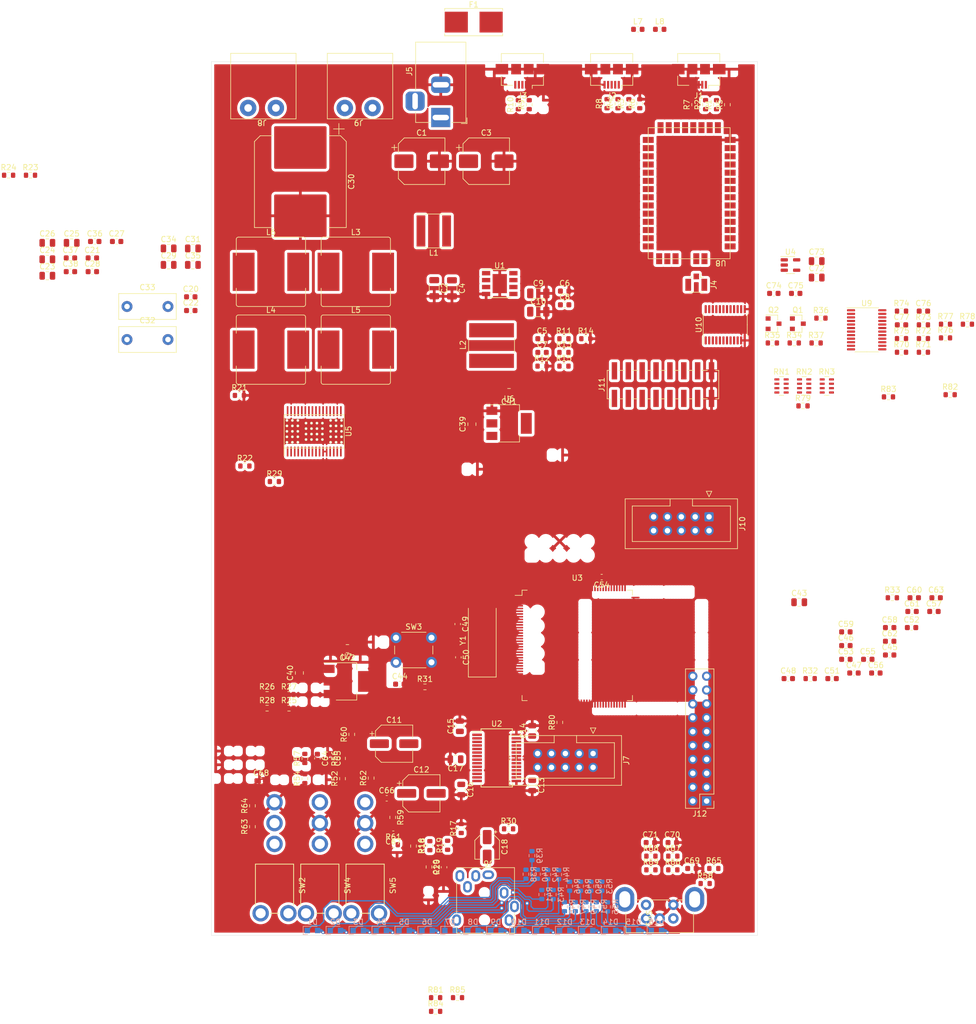
<source format=kicad_pcb>
(kicad_pcb (version 20201116) (generator pcbnew)

  (general
    (thickness 1.6)
  )

  (paper "A4")
  (layers
    (0 "F.Cu" signal)
    (31 "B.Cu" signal)
    (32 "B.Adhes" user "B.Adhesive")
    (33 "F.Adhes" user "F.Adhesive")
    (34 "B.Paste" user)
    (35 "F.Paste" user)
    (36 "B.SilkS" user "B.Silkscreen")
    (37 "F.SilkS" user "F.Silkscreen")
    (38 "B.Mask" user)
    (39 "F.Mask" user)
    (40 "Dwgs.User" user "User.Drawings")
    (41 "Cmts.User" user "User.Comments")
    (42 "Eco1.User" user "User.Eco1")
    (43 "Eco2.User" user "User.Eco2")
    (44 "Edge.Cuts" user)
    (45 "Margin" user)
    (46 "B.CrtYd" user "B.Courtyard")
    (47 "F.CrtYd" user "F.Courtyard")
    (48 "B.Fab" user)
    (49 "F.Fab" user)
  )

  (setup
    (stackup
      (layer "F.SilkS" (type "Top Silk Screen"))
      (layer "F.Paste" (type "Top Solder Paste"))
      (layer "F.Mask" (type "Top Solder Mask") (color "Green") (thickness 0.01))
      (layer "F.Cu" (type "copper") (thickness 0.035))
      (layer "dielectric 1" (type "core") (thickness 1.51) (material "FR4") (epsilon_r 4.5) (loss_tangent 0.02))
      (layer "B.Cu" (type "copper") (thickness 0.035))
      (layer "B.Mask" (type "Bottom Solder Mask") (color "Green") (thickness 0.01))
      (layer "B.Paste" (type "Bottom Solder Paste"))
      (layer "B.SilkS" (type "Bottom Silk Screen"))
      (copper_finish "None")
      (dielectric_constraints no)
    )
    (pcbplotparams
      (layerselection 0x00010fc_ffffffff)
      (disableapertmacros false)
      (usegerberextensions false)
      (usegerberattributes true)
      (usegerberadvancedattributes true)
      (creategerberjobfile true)
      (svguseinch false)
      (svgprecision 6)
      (excludeedgelayer true)
      (plotframeref false)
      (viasonmask false)
      (mode 1)
      (useauxorigin false)
      (hpglpennumber 1)
      (hpglpenspeed 20)
      (hpglpendiameter 15.000000)
      (psnegative false)
      (psa4output false)
      (plotreference true)
      (plotvalue true)
      (plotinvisibletext false)
      (sketchpadsonfab false)
      (subtractmaskfromsilk false)
      (outputformat 1)
      (mirror false)
      (drillshape 1)
      (scaleselection 1)
      (outputdirectory "")
    )
  )


  (net 0 "")
  (net 1 "/~SPK_FAULT")
  (net 2 "/Processor/~RST")
  (net 3 "/Processor/GPIO_I2S_WS")
  (net 4 "/Processor/SWCLK")
  (net 5 "/~SPK_SD")
  (net 6 "/HP_DETECT")
  (net 7 "+5V")
  (net 8 "/Processor/GPIO_I2S_SDO")
  (net 9 "/Processor/SWDIO")
  (net 10 "/BT_MFB")
  (net 11 "/MIC2")
  (net 12 "GND")
  (net 13 "Net-(R58-Pad2)")
  (net 14 "Net-(R59-Pad2)")
  (net 15 "/MIC1")
  (net 16 "Net-(D1-Pad1)")
  (net 17 "Net-(C31-Pad1)")
  (net 18 "Net-(C25-Pad2)")
  (net 19 "Net-(C24-Pad2)")
  (net 20 "Net-(C24-Pad1)")
  (net 21 "Net-(C25-Pad1)")
  (net 22 "Net-(C1-Pad1)")
  (net 23 "/19V_ANALOG")
  (net 24 "Net-(C5-Pad1)")
  (net 25 "Net-(C6-Pad1)")
  (net 26 "Net-(C7-Pad1)")
  (net 27 "Net-(C7-Pad2)")
  (net 28 "Net-(C8-Pad1)")
  (net 29 "+3.3VA")
  (net 30 "Net-(C11-Pad1)")
  (net 31 "Net-(C11-Pad2)")
  (net 32 "Net-(C12-Pad1)")
  (net 33 "Net-(C12-Pad2)")
  (net 34 "Net-(C13-Pad1)")
  (net 35 "/Speaker Amplifier/3.3V")
  (net 36 "Net-(C18-Pad1)")
  (net 37 "Net-(C18-Pad2)")
  (net 38 "Net-(C20-Pad1)")
  (net 39 "Net-(C23-Pad1)")
  (net 40 "Net-(C23-Pad2)")
  (net 41 "Net-(C26-Pad1)")
  (net 42 "Net-(C26-Pad2)")
  (net 43 "Net-(C29-Pad1)")
  (net 44 "Net-(C32-Pad1)")
  (net 45 "Net-(C33-Pad1)")
  (net 46 "Net-(C36-Pad1)")
  (net 47 "Net-(C36-Pad2)")
  (net 48 "Net-(C37-Pad1)")
  (net 49 "Net-(F1-Pad2)")
  (net 50 "Net-(J1-Pad1)")
  (net 51 "Net-(J1-Pad2)")
  (net 52 "Net-(J1-Pad3)")
  (net 53 "/Processor/GPIO_I2S_SDI")
  (net 54 "Net-(J2-Pad1)")
  (net 55 "Net-(J2-Pad2)")
  (net 56 "Net-(J2-Pad3)")
  (net 57 "/Processor/GPIO_I2S_CK")
  (net 58 "no_connect_271")
  (net 59 "Net-(J3-Pad2)")
  (net 60 "Net-(J3-Pad3)")
  (net 61 "no_connect_273")
  (net 62 "no_connect_274")
  (net 63 "/Processor/USB1_DETECT")
  (net 64 "/Processor/USB1_DM")
  (net 65 "/Processor/USB2_DETECT")
  (net 66 "/Processor/USB2_DM")
  (net 67 "/Processor/USB1_DP")
  (net 68 "/Processor/USB2_DP")
  (net 69 "/Bluetooth/USB3_DM")
  (net 70 "/Bluetooth/USB3_DP")
  (net 71 "Net-(R11-Pad1)")
  (net 72 "Net-(R13-Pad1)")
  (net 73 "Net-(R18-Pad2)")
  (net 74 "Net-(R19-Pad2)")
  (net 75 "Net-(R22-Pad1)")
  (net 76 "no_connect_276")
  (net 77 "Net-(D2-Pad1)")
  (net 78 "/BT2")
  (net 79 "/Processor/GPIO_I2S_MCK")
  (net 80 "Net-(J4-Pad1)")
  (net 81 "Net-(J4-Pad2)")
  (net 82 "/BT_SPI{slash}~PCM")
  (net 83 "Net-(R25-Pad2)")
  (net 84 "/Processor/GPIO_SPI_MISO")
  (net 85 "/Processor/EXT_READY")
  (net 86 "/Processor/GPIO_SPI_SCK")
  (net 87 "/Processor/GPIO_SPI_~SS")
  (net 88 "/SDO")
  (net 89 "Net-(R26-Pad2)")
  (net 90 "Net-(D3-Pad1)")
  (net 91 "/Processor/AMP_READY")
  (net 92 "+3V3")
  (net 93 "/BT_P18")
  (net 94 "/BT_P21")
  (net 95 "no_connect_214")
  (net 96 "Net-(C49-Pad2)")
  (net 97 "Net-(C50-Pad2)")
  (net 98 "/Bluetooth/SCL_1V8")
  (net 99 "/AMP_I2S_SDI")
  (net 100 "/AMP_I2S_SDO")
  (net 101 "/BT_P17")
  (net 102 "no_connect_275")
  (net 103 "no_connect_252")
  (net 104 "no_connect_259")
  (net 105 "no_connect_260")
  (net 106 "Net-(J1-Pad5)")
  (net 107 "no_connect_261")
  (net 108 "no_connect_262")
  (net 109 "Net-(R27-Pad2)")
  (net 110 "Net-(R28-Pad2)")
  (net 111 "no_connect_264")
  (net 112 "no_connect_265")
  (net 113 "no_connect_263")
  (net 114 "no_connect_254")
  (net 115 "no_connect_255")
  (net 116 "no_connect_283")
  (net 117 "no_connect_284")
  (net 118 "no_connect_285")
  (net 119 "no_connect_286")
  (net 120 "Net-(J2-Pad5)")
  (net 121 "no_connect_256")
  (net 122 "/AMP_I2S_CK")
  (net 123 "no_connect_218")
  (net 124 "Net-(C52-Pad1)")
  (net 125 "no_connect_216")
  (net 126 "/BT_P16")
  (net 127 "/BT_P6")
  (net 128 "/BT_P7")
  (net 129 "no_connect_225")
  (net 130 "no_connect_226")
  (net 131 "/AMP_I2S_MCK")
  (net 132 "no_connect_227")
  (net 133 "no_connect_228")
  (net 134 "no_connect_230")
  (net 135 "no_connect_231")
  (net 136 "/Bluetooth/SDA_1V8")
  (net 137 "Net-(C54-Pad1)")
  (net 138 "/BT_I2S_WS")
  (net 139 "no_connect_257")
  (net 140 "no_connect_258")
  (net 141 "no_connect_253")
  (net 142 "no_connect_266")
  (net 143 "no_connect_270")
  (net 144 "no_connect_267")
  (net 145 "no_connect_278")
  (net 146 "no_connect_268")
  (net 147 "no_connect_269")
  (net 148 "no_connect_229")
  (net 149 "no_connect_220")
  (net 150 "no_connect_221")
  (net 151 "no_connect_222")
  (net 152 "/BT_I2S_CK")
  (net 153 "/BT_I2S_SDO")
  (net 154 "no_connect_223")
  (net 155 "/AMP_I2S_WS")
  (net 156 "Net-(J11-Pad4)")
  (net 157 "Net-(J11-Pad6)")
  (net 158 "Net-(R52-Pad2)")
  (net 159 "Net-(D4-Pad1)")
  (net 160 "Net-(R54-Pad2)")
  (net 161 "no_connect_224")
  (net 162 "no_connect_279")
  (net 163 "no_connect_280")
  (net 164 "no_connect_281")
  (net 165 "no_connect_282")
  (net 166 "no_connect_277")
  (net 167 "no_connect_219")
  (net 168 "no_connect_232")
  (net 169 "no_connect_236")
  (net 170 "/Processor/GPIO_SPI_MOSI")
  (net 171 "no_connect_233")
  (net 172 "no_connect_234")
  (net 173 "Net-(J11-Pad8)")
  (net 174 "no_connect_217")
  (net 175 "/Bluetooth/3V3_BT")
  (net 176 "no_connect_235")
  (net 177 "no_connect_272")
  (net 178 "no_connect_237")
  (net 179 "no_connect_215")
  (net 180 "/Bluetooth/1V8_BT")
  (net 181 "/Bluetooth/SDO_3V3")
  (net 182 "Net-(J11-Pad10)")
  (net 183 "/Bluetooth/P29_1V8")
  (net 184 "/Bluetooth/P30_1V8")
  (net 185 "/Bluetooth/P18_1V8")
  (net 186 "/Bluetooth/P31_1V8")
  (net 187 "/Bluetooth/P8_1V8")
  (net 188 "/Bluetooth/P9_1V8")
  (net 189 "Net-(R29-Pad2)")
  (net 190 "Net-(J11-Pad12)")
  (net 191 "/Bluetooth/P21_1V8")
  (net 192 "/Bluetooth/SPI{slash}~PCM_1V8")
  (net 193 "/Bluetooth/SDO_1V8")
  (net 194 "/SCL_1")
  (net 195 "/Bluetooth/SDI_1V8")
  (net 196 "/AMP_I2C_SDA")
  (net 197 "Net-(R79-Pad1)")
  (net 198 "Net-(RN1-Pad1)")
  (net 199 "Net-(RN1-Pad2)")
  (net 200 "Net-(RN1-Pad3)")
  (net 201 "Net-(RN1-Pad4)")
  (net 202 "Net-(RN2-Pad5)")
  (net 203 "Net-(R32-Pad2)")
  (net 204 "Net-(RN2-Pad6)")
  (net 205 "no_connect_238")
  (net 206 "no_connect_248")
  (net 207 "no_connect_249")
  (net 208 "no_connect_250")
  (net 209 "/Bluetooth/CK_1V8")
  (net 210 "/Bluetooth/WS_1V8")
  (net 211 "Net-(R60-Pad2)")
  (net 212 "Net-(D5-Pad1)")
  (net 213 "Net-(R63-Pad2)")
  (net 214 "Net-(D6-Pad1)")
  (net 215 "Net-(D7-Pad1)")
  (net 216 "Net-(D8-Pad1)")
  (net 217 "Net-(D9-Pad1)")
  (net 218 "Net-(D10-Pad1)")
  (net 219 "Net-(D11-Pad1)")
  (net 220 "Net-(D12-Pad1)")
  (net 221 "Net-(D13-Pad1)")
  (net 222 "Net-(D14-Pad1)")
  (net 223 "Net-(D15-Pad1)")
  (net 224 "Net-(D16-Pad1)")
  (net 225 "Net-(RN2-Pad7)")
  (net 226 "/VOL0")
  (net 227 "/VOL1")
  (net 228 "/VOL2")
  (net 229 "/VOL3")
  (net 230 "/VOL4")
  (net 231 "/VOL5")
  (net 232 "/VOL6")
  (net 233 "/VOL7")
  (net 234 "/VOL8")
  (net 235 "/VOL9")
  (net 236 "/VOL10")
  (net 237 "/VOL11")
  (net 238 "/VOL12")
  (net 239 "/VOL13")
  (net 240 "/VOL14")
  (net 241 "/BT1")
  (net 242 "/VOL15")
  (net 243 "/ENC_SW")
  (net 244 "Net-(R66-Pad2)")
  (net 245 "/PWR")
  (net 246 "Net-(R67-Pad2)")
  (net 247 "/ENC_A")
  (net 248 "/ENC_B")
  (net 249 "Net-(R30-Pad2)")
  (net 250 "Net-(R80-Pad2)")
  (net 251 "Net-(R82-Pad1)")
  (net 252 "Net-(J6-PadS)")
  (net 253 "Net-(J6-PadR2)")
  (net 254 "Net-(R83-Pad1)")
  (net 255 "no_connect_251")
  (net 256 "/IR")
  (net 257 "/FRONT_SCLK")
  (net 258 "/FRONT_RCLK")
  (net 259 "/FRONT_MOSI")
  (net 260 "no_connect_239")
  (net 261 "no_connect_240")
  (net 262 "/FRONT_~RST")
  (net 263 "no_connect_241")
  (net 264 "Net-(RN2-Pad8)")
  (net 265 "Net-(RN3-Pad5)")
  (net 266 "no_connect_242")
  (net 267 "no_connect_243")
  (net 268 "Net-(RN3-Pad6)")
  (net 269 "Net-(RN3-Pad7)")
  (net 270 "Net-(RN3-Pad8)")
  (net 271 "no_connect_244")
  (net 272 "/SDO_1")
  (net 273 "/SCL")
  (net 274 "/SDA")
  (net 275 "no_connect_245")
  (net 276 "/Bluetooth/P17_1V8")
  (net 277 "/Bluetooth/P16_1V8")
  (net 278 "/Bluetooth/P7_1V8")
  (net 279 "/Bluetooth/P6_1V8")
  (net 280 "/P31")
  (net 281 "/P8")
  (net 282 "/P9")
  (net 283 "/P29")
  (net 284 "/P30")
  (net 285 "no_connect_246")
  (net 286 "no_connect_247")

  (footprint "Resistor_SMD:R_0603_1608Metric" (layer "F.Cu") (at 137.45 32.725 90))

  (footprint "Resistor_SMD:R_0603_1608Metric" (layer "F.Cu") (at 139.45 32.725 90))

  (footprint "Resistor_SMD:R_0603_1608Metric" (layer "F.Cu") (at 143.45 32.725 90))

  (footprint "Resistor_SMD:R_0603_1608Metric" (layer "F.Cu") (at 157.5 32.9 90))

  (footprint "Connector_USB:USB_Micro-B_Amphenol_10104110_Horizontal" (layer "F.Cu") (at 138.3 27.7 180))

  (footprint "Package_QFP:LQFP-144_20x20mm_P0.5mm" (layer "F.Cu") (at 132 131.9))

  (footprint "Connector_USB:USB_Micro-B_Amphenol_10104110_Horizontal" (layer "F.Cu") (at 121.95 27.7 180))

  (footprint "Resistor_SMD:R_0603_1608Metric" (layer "F.Cu") (at 159.5 32.9 90))

  (footprint "Resistor_SMD:R_0603_1608Metric" (layer "F.Cu") (at 153.5 32.9 90))

  (footprint "Resistor_SMD:R_0603_1608Metric" (layer "F.Cu") (at 123.2 32.9 90))

  (footprint "Resistor_SMD:R_0603_1608Metric" (layer "F.Cu") (at 155.5 32.9 90))

  (footprint "Resistor_SMD:R_0603_1608Metric" (layer "F.Cu") (at 141.45 32.725 90))

  (footprint "Package_SO:SSOP-28_5.3x10.2mm_P0.65mm" (layer "F.Cu") (at 117.25 152.5))

  (footprint "Package_SO:Diodes_SO-8EP" (layer "F.Cu") (at 117.8025 65.655))

  (footprint "Connector_USB:USB_Micro-B_Amphenol_10104110_Horizontal" (layer "F.Cu") (at 154.25 27.7 180))

  (footprint "Resistor_SMD:R_0603_1608Metric" (layer "F.Cu") (at 121.2 32.9 90))

  (footprint "Connector_BarrelJack:BarrelJack_Horizontal" (layer "F.Cu") (at 107 35.25 -90))

  (footprint "Capacitor_SMD:C_0805_2012Metric" (layer "F.Cu") (at 123.75 157.55 -90))

  (footprint "Capacitor_SMD:C_0805_2012Metric" (layer "F.Cu") (at 123.75 147.55 90))

  (footprint "Capacitor_SMD:C_0805_2012Metric" (layer "F.Cu") (at 110.5 146.7 90))

  (footprint "Resistor_SMD:R_0603_1608Metric" (layer "F.Cu") (at 102 168.65 -90))

  (footprint "Resistor_SMD:R_0603_1608Metric" (layer "F.Cu") (at 110.75 165.425 90))

  (footprint "Capacitor_SMD:C_0805_2012Metric" (layer "F.Cu") (at 110.75 158.3 -90))

  (footprint "Capacitor_SMD:C_0805_2012Metric" (layer "F.Cu") (at 109.7 152.75 180))

  (footprint "Capacitor_SMD:C_0603_1608Metric" (layer "F.Cu") (at 125.55 75.75))

  (footprint "Capacitor_SMD:C_0603_1608Metric" (layer "F.Cu") (at 125.55 78.26))

  (footprint "Resistor_SMD:R_0603_1608Metric" (layer "F.Cu") (at 129.56 75.75))

  (footprint "Resistor_SMD:R_0603_1608Metric" (layer "F.Cu") (at 125.55 80.77))

  (footprint "Resistor_SMD:R_0603_1608Metric" (layer "F.Cu") (at 129.56 78.26))

  (footprint "Resistor_SMD:R_0603_1608Metric" (layer "F.Cu") (at 133.57 75.75))

  (footprint "Resistor_SMD:R_0603_1608Metric" (layer "F.Cu") (at 129.56 80.77))

  (footprint "Resistor_SMD:R_0603_1608Metric" (layer "F.Cu") (at 108.25 168.5 90))

  (footprint "Resistor_SMD:R_0603_1608Metric" (layer "F.Cu") (at 104.85 172.475 -90))

  (footprint "Resistor_SMD:R_0603_1608Metric" (layer "F.Cu") (at 105 168.575 90))

  (footprint "Capacitor_SMD:CP_Elec_8x10" (layer "F.Cu") (at 103.5 43.25))

  (footprint "Capacitor_SMD:C_1206_3216Metric" (layer "F.Cu") (at 105.8 66.5 -90))

  (footprint "Capacitor_SMD:CP_Elec_8x10" (layer "F.Cu") (at 115.33 43.25))

  (footprint "Capacitor_SMD:C_1206_3216Metric" (layer "F.Cu") (at 109.05 66.525 -90))

  (footprint "Inductor_SMD:L_Bourns-SRN8040_8x8.15mm" (layer "F.Cu") (at 116.3 77 90))

  (footprint "Capacitor_SMD:C_0603_1608Metric" (layer "F.Cu") (at 107.6 172.525 90))

  (footprint "Inductor_SMD:L_Taiyo-Yuden_NR-60xx" (layer "F.Cu") (at 105.72 56.02 180))

  (footprint "Capacitor_SMD:CP_Elec_6.3x7.7" (layer "F.Cu") (at 98.45 149.9))

  (footprint "Capacitor_SMD:CP_Elec_6.3x7.7" (layer "F.Cu")
    (tedit 5BCA39D0) (tstamp 00000000-0000-0000-0000-00005fb07a2f)
    (at 103.45 159)
    (descr "SMD capacitor, aluminum electrolytic, Nichicon, 6.3x7.7mm")
    (tags "capacitor electrolytic")
    (property "Dateiname Blatt" "headphone-amp.kicad_sch")
    (property "Schaltplanname" "Headphone Amplifier")
    (path "/00000000-0000-0000-0000-00005fa5bd36/00000000-0000-0000-0000-00005fb761de")
    (attr smd)
    (fp_text reference "C12" (at 0 -4.35) (layer "F.SilkS")
      (effects (font (size 1 1) (thickness 0.15)))
      (tstamp a64ec2c1-a9af-4f7b-9a31-eb3f672f9902)
    )
    (fp_text value "220uF" (at 0 4.35) (layer "F.Fab")
      (effects (font (size 1 1) (thickness 0.15)))
      (tstamp 1ff3873f-285a-4a30-8ebc-7b3fe0bb7981)
    )
    (fp_text user "${REFERENCE}" (at 0 0) (layer "F.Fab")
      (effects (font (size 1 1) (thickness 0.15)))
      (tstamp 8ed30ed8-073e-464f-99ee-ca229a6b2865)
    )
    (fp_line (start -3.41 -2.345563) (end -2.345563 -3.41) (layer "F.SilkS") (width 0.12) (tstamp 0a04f58f-f25e-4841-a9e7-22e05aac0664))
    (fp_line (start -3.41 2.345563) (end -3.41 1.06) (layer "F.SilkS") (width 0.12) (tstamp 1b422f8d-be42-48a9-affe-79513a3cefbc))
    (fp_line (start -4.4375 -1.8475) (end -3.65 -1.8475) (layer "F.SilkS") (width 0.12) (tstamp 404e15e4-75a8-451f-b270-8ca63c21e5ea))
    (fp_line (start -3.41 2.345563) (end -2.345563 3.41) (layer "F.SilkS") (width 0.12) (tstamp 4a4a0e66-8d00-4129-a8b7-2a7c23a810d8))
    (fp_line (start -2.345563 3.41) (end 3.41 3.41) (layer "F.SilkS") (width 0.12) (tstamp 774834b8-af25-4cf6-9b6f-d36bb8d416fe))
    (fp_line (start -3.41 -2.345563) (end -3.41 -1.06) (layer "F.SilkS") (width 0.12) (tstamp b43ee947-ce47-4858-8a25-51145111d02a))
    (fp_line (start -4.04375 -2.24125) (end -4.04375 -1.45375) (layer "F.SilkS") (width 0.12) (tstamp baadaa39-51b0-4a8e-9821-30a306f5e2b3))
    (fp_line (start 3.41 3.41) (end 3.41 1.06) (layer "F.SilkS") (width 0.12) (tstamp c4f6964a-2a9f-4747-9df5-c7d6251efc0e))
    (fp_line (start -2.345563 -3.41) (end 3.41 -3.41) (layer "F.SilkS") (width 0.12) (tstamp ef31840f-676c-488c-bcdd-a2f27b177c05))
    (fp_line (start 3.41 -3.41) (end 3.41 -1.06) (layer "F.SilkS") (width 0.12) (tstamp f89c8ffd-66d6-4115-ad38-957fd1ff2750))
    (fp_line (start -3.55 1.05) (end -3.55 2.4) (layer "F.CrtYd") (width 0.05) (tstamp 00f3fa49-15ac-44b5-b0f0-780f62509497))
    (fp_line (start -3.55 2.4) (end -2.4 3.55) (layer "F.CrtYd") (width 0.05) (tstamp 240ba7eb-ba9b-41e5-af5b-a7679702b7fc))
    (fp_line (start -2.4 -3.55) (end 3.55 -3.55) (layer "F.CrtYd") (width 0.05) (tstamp 2d11a6c9-5f86-477c-8203-11e110d329e1))
    (fp_line (start -2.4 3.55) (end 3.55 3.55) (layer "F.CrtYd") (width 0.05) (tstamp 3676573c-d5a4-4c6a-a865-ae272e6978e8))
    (fp_line (start 4.7 1.05) (end 3.55 1.05) (layer "F.CrtYd") (width 0.05) (tstamp 3a8a257d-8c60-47ec-aff4-6afe653c1dc5))
    (fp_line (start 4.7 -1.05) (end 4.7 1.05) (layer "F.CrtYd") (width 0.05) (tstamp 4bfe7822-d9fd-4a74-9e8a-751c8c89554b))
    (fp_line (start -4.7 -1.05) (end -4.7 1.05) (layer "F.CrtYd") (width 0.05) (tstamp 58db7c31-e7a0-4b58-8db8-3b2cc7c00506))
    (fp_line (start -3.55 -1.05) (end -4.7 -1.05) (layer "F.CrtYd") (width 0.05) (tstamp 656e4b2f-747b-447d-95b5-580b4c2915fe))
    
... [1572013 chars truncated]
</source>
